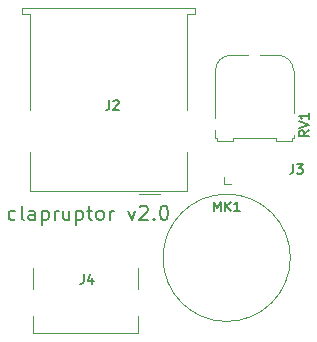
<source format=gbr>
%TF.GenerationSoftware,KiCad,Pcbnew,(5.1.8-0-10_14)*%
%TF.CreationDate,2021-01-24T23:40:28+01:00*%
%TF.ProjectId,clapruptor,636c6170-7275-4707-946f-722e6b696361,rev?*%
%TF.SameCoordinates,Original*%
%TF.FileFunction,Legend,Top*%
%TF.FilePolarity,Positive*%
%FSLAX46Y46*%
G04 Gerber Fmt 4.6, Leading zero omitted, Abs format (unit mm)*
G04 Created by KiCad (PCBNEW (5.1.8-0-10_14)) date 2021-01-24 23:40:28*
%MOMM*%
%LPD*%
G01*
G04 APERTURE LIST*
%ADD10C,0.200000*%
%ADD11C,0.100000*%
%ADD12C,0.150000*%
G04 APERTURE END LIST*
D10*
X144831571Y-88090314D02*
X144717285Y-88147457D01*
X144488714Y-88147457D01*
X144374428Y-88090314D01*
X144317285Y-88033171D01*
X144260142Y-87918885D01*
X144260142Y-87576028D01*
X144317285Y-87461742D01*
X144374428Y-87404600D01*
X144488714Y-87347457D01*
X144717285Y-87347457D01*
X144831571Y-87404600D01*
X145517285Y-88147457D02*
X145403000Y-88090314D01*
X145345857Y-87976028D01*
X145345857Y-86947457D01*
X146488714Y-88147457D02*
X146488714Y-87518885D01*
X146431571Y-87404600D01*
X146317285Y-87347457D01*
X146088714Y-87347457D01*
X145974428Y-87404600D01*
X146488714Y-88090314D02*
X146374428Y-88147457D01*
X146088714Y-88147457D01*
X145974428Y-88090314D01*
X145917285Y-87976028D01*
X145917285Y-87861742D01*
X145974428Y-87747457D01*
X146088714Y-87690314D01*
X146374428Y-87690314D01*
X146488714Y-87633171D01*
X147060142Y-87347457D02*
X147060142Y-88547457D01*
X147060142Y-87404600D02*
X147174428Y-87347457D01*
X147403000Y-87347457D01*
X147517285Y-87404600D01*
X147574428Y-87461742D01*
X147631571Y-87576028D01*
X147631571Y-87918885D01*
X147574428Y-88033171D01*
X147517285Y-88090314D01*
X147403000Y-88147457D01*
X147174428Y-88147457D01*
X147060142Y-88090314D01*
X148145857Y-88147457D02*
X148145857Y-87347457D01*
X148145857Y-87576028D02*
X148203000Y-87461742D01*
X148260142Y-87404600D01*
X148374428Y-87347457D01*
X148488714Y-87347457D01*
X149403000Y-87347457D02*
X149403000Y-88147457D01*
X148888714Y-87347457D02*
X148888714Y-87976028D01*
X148945857Y-88090314D01*
X149060142Y-88147457D01*
X149231571Y-88147457D01*
X149345857Y-88090314D01*
X149403000Y-88033171D01*
X149974428Y-87347457D02*
X149974428Y-88547457D01*
X149974428Y-87404600D02*
X150088714Y-87347457D01*
X150317285Y-87347457D01*
X150431571Y-87404600D01*
X150488714Y-87461742D01*
X150545857Y-87576028D01*
X150545857Y-87918885D01*
X150488714Y-88033171D01*
X150431571Y-88090314D01*
X150317285Y-88147457D01*
X150088714Y-88147457D01*
X149974428Y-88090314D01*
X150888714Y-87347457D02*
X151345857Y-87347457D01*
X151060142Y-86947457D02*
X151060142Y-87976028D01*
X151117285Y-88090314D01*
X151231571Y-88147457D01*
X151345857Y-88147457D01*
X151917285Y-88147457D02*
X151803000Y-88090314D01*
X151745857Y-88033171D01*
X151688714Y-87918885D01*
X151688714Y-87576028D01*
X151745857Y-87461742D01*
X151803000Y-87404600D01*
X151917285Y-87347457D01*
X152088714Y-87347457D01*
X152203000Y-87404600D01*
X152260142Y-87461742D01*
X152317285Y-87576028D01*
X152317285Y-87918885D01*
X152260142Y-88033171D01*
X152203000Y-88090314D01*
X152088714Y-88147457D01*
X151917285Y-88147457D01*
X152831571Y-88147457D02*
X152831571Y-87347457D01*
X152831571Y-87576028D02*
X152888714Y-87461742D01*
X152945857Y-87404600D01*
X153060142Y-87347457D01*
X153174428Y-87347457D01*
X154374428Y-87347457D02*
X154660142Y-88147457D01*
X154945857Y-87347457D01*
X155345857Y-87061742D02*
X155403000Y-87004600D01*
X155517285Y-86947457D01*
X155803000Y-86947457D01*
X155917285Y-87004600D01*
X155974428Y-87061742D01*
X156031571Y-87176028D01*
X156031571Y-87290314D01*
X155974428Y-87461742D01*
X155288714Y-88147457D01*
X156031571Y-88147457D01*
X156545857Y-88033171D02*
X156603000Y-88090314D01*
X156545857Y-88147457D01*
X156488714Y-88090314D01*
X156545857Y-88033171D01*
X156545857Y-88147457D01*
X157345857Y-86947457D02*
X157460142Y-86947457D01*
X157574428Y-87004600D01*
X157631571Y-87061742D01*
X157688714Y-87176028D01*
X157745857Y-87404600D01*
X157745857Y-87690314D01*
X157688714Y-87918885D01*
X157631571Y-88033171D01*
X157574428Y-88090314D01*
X157460142Y-88147457D01*
X157345857Y-88147457D01*
X157231571Y-88090314D01*
X157174428Y-88033171D01*
X157117285Y-87918885D01*
X157060142Y-87690314D01*
X157060142Y-87404600D01*
X157117285Y-87176028D01*
X157174428Y-87061742D01*
X157231571Y-87004600D01*
X157345857Y-86947457D01*
D11*
%TO.C,RV1*%
X168273800Y-81420000D02*
X166853800Y-81420000D01*
X166853800Y-81220000D02*
X163273800Y-81220000D01*
X163273800Y-81220000D02*
X163273800Y-81420000D01*
X163273800Y-81420000D02*
X161853800Y-81420000D01*
X161853800Y-81420000D02*
X161853800Y-81220000D01*
X165573800Y-74200000D02*
X167063800Y-74200000D01*
X168373800Y-75510000D02*
X168373800Y-79050000D01*
X161753800Y-79490000D02*
X161753800Y-75510000D01*
X163063800Y-74200000D02*
X164553800Y-74200000D01*
X166853800Y-81220000D02*
X166853800Y-81420000D01*
X168273800Y-81420000D02*
X168273800Y-81220000D01*
X168273800Y-81220000D02*
X168373800Y-81220000D01*
X168373800Y-81220000D02*
X168373800Y-80970000D01*
X161853800Y-81220000D02*
X161753800Y-81220000D01*
X161753800Y-81220000D02*
X161753800Y-80530000D01*
X167063800Y-74200000D02*
G75*
G02*
X168373800Y-75510000I0J-1310000D01*
G01*
X161753800Y-75510000D02*
G75*
G02*
X163063800Y-74200000I1310000J0D01*
G01*
%TO.C,MK1*%
X168104295Y-91345494D02*
G75*
G03*
X168104295Y-91345494I-5391895J0D01*
G01*
%TO.C,J4*%
X146293700Y-92225700D02*
X146293700Y-94025700D01*
X146293700Y-97735700D02*
X146293700Y-96275700D01*
X155233700Y-97735700D02*
X155233700Y-96275700D01*
X155233700Y-92225700D02*
X155233700Y-94025700D01*
X155233700Y-97735700D02*
X146293700Y-97735700D01*
%TO.C,J3*%
X162458400Y-85140800D02*
X162458400Y-84505800D01*
X163093400Y-85140800D02*
X162458400Y-85140800D01*
%TO.C,J2*%
X157088000Y-85904200D02*
X155288000Y-85904200D01*
X145378000Y-70724200D02*
X146028000Y-70724200D01*
X159998000Y-70724200D02*
X159998000Y-70204200D01*
X146028000Y-78834200D02*
X146028000Y-70724200D01*
X159998000Y-70204200D02*
X145378000Y-70204200D01*
X145378000Y-70204200D02*
X145378000Y-70724200D01*
X146028000Y-85684200D02*
X146028000Y-82354200D01*
X159348000Y-85684200D02*
X159348000Y-82354200D01*
X159348000Y-85684200D02*
X146028000Y-85684200D01*
X159348000Y-70724200D02*
X159998000Y-70724200D01*
X159348000Y-70724200D02*
X159348000Y-78834200D01*
%TO.C,RV1*%
D12*
X169652904Y-80562390D02*
X169271952Y-80829057D01*
X169652904Y-81019533D02*
X168852904Y-81019533D01*
X168852904Y-80714771D01*
X168891000Y-80638580D01*
X168929095Y-80600485D01*
X169005285Y-80562390D01*
X169119571Y-80562390D01*
X169195761Y-80600485D01*
X169233857Y-80638580D01*
X169271952Y-80714771D01*
X169271952Y-81019533D01*
X168852904Y-80333819D02*
X169652904Y-80067152D01*
X168852904Y-79800485D01*
X169652904Y-79114771D02*
X169652904Y-79571914D01*
X169652904Y-79343342D02*
X168852904Y-79343342D01*
X168967190Y-79419533D01*
X169043380Y-79495723D01*
X169081476Y-79571914D01*
%TO.C,MK1*%
X161664780Y-87390504D02*
X161664780Y-86590504D01*
X161931447Y-87161933D01*
X162198114Y-86590504D01*
X162198114Y-87390504D01*
X162579066Y-87390504D02*
X162579066Y-86590504D01*
X163036209Y-87390504D02*
X162693352Y-86933361D01*
X163036209Y-86590504D02*
X162579066Y-87047647D01*
X163798114Y-87390504D02*
X163340971Y-87390504D01*
X163569542Y-87390504D02*
X163569542Y-86590504D01*
X163493352Y-86704790D01*
X163417161Y-86780980D01*
X163340971Y-86819076D01*
%TO.C,J4*%
X150609333Y-92754504D02*
X150609333Y-93325933D01*
X150571238Y-93440219D01*
X150495047Y-93516409D01*
X150380761Y-93554504D01*
X150304571Y-93554504D01*
X151333142Y-93021171D02*
X151333142Y-93554504D01*
X151142666Y-92716409D02*
X150952190Y-93287838D01*
X151447428Y-93287838D01*
%TO.C,J3*%
X168338533Y-83420004D02*
X168338533Y-83991433D01*
X168300438Y-84105719D01*
X168224247Y-84181909D01*
X168109961Y-84220004D01*
X168033771Y-84220004D01*
X168643295Y-83420004D02*
X169138533Y-83420004D01*
X168871866Y-83724766D01*
X168986152Y-83724766D01*
X169062342Y-83762861D01*
X169100438Y-83800957D01*
X169138533Y-83877147D01*
X169138533Y-84067623D01*
X169100438Y-84143814D01*
X169062342Y-84181909D01*
X168986152Y-84220004D01*
X168757580Y-84220004D01*
X168681390Y-84181909D01*
X168643295Y-84143814D01*
%TO.C,J2*%
X152768333Y-78022504D02*
X152768333Y-78593933D01*
X152730238Y-78708219D01*
X152654047Y-78784409D01*
X152539761Y-78822504D01*
X152463571Y-78822504D01*
X153111190Y-78098695D02*
X153149285Y-78060600D01*
X153225476Y-78022504D01*
X153415952Y-78022504D01*
X153492142Y-78060600D01*
X153530238Y-78098695D01*
X153568333Y-78174885D01*
X153568333Y-78251076D01*
X153530238Y-78365361D01*
X153073095Y-78822504D01*
X153568333Y-78822504D01*
%TD*%
M02*

</source>
